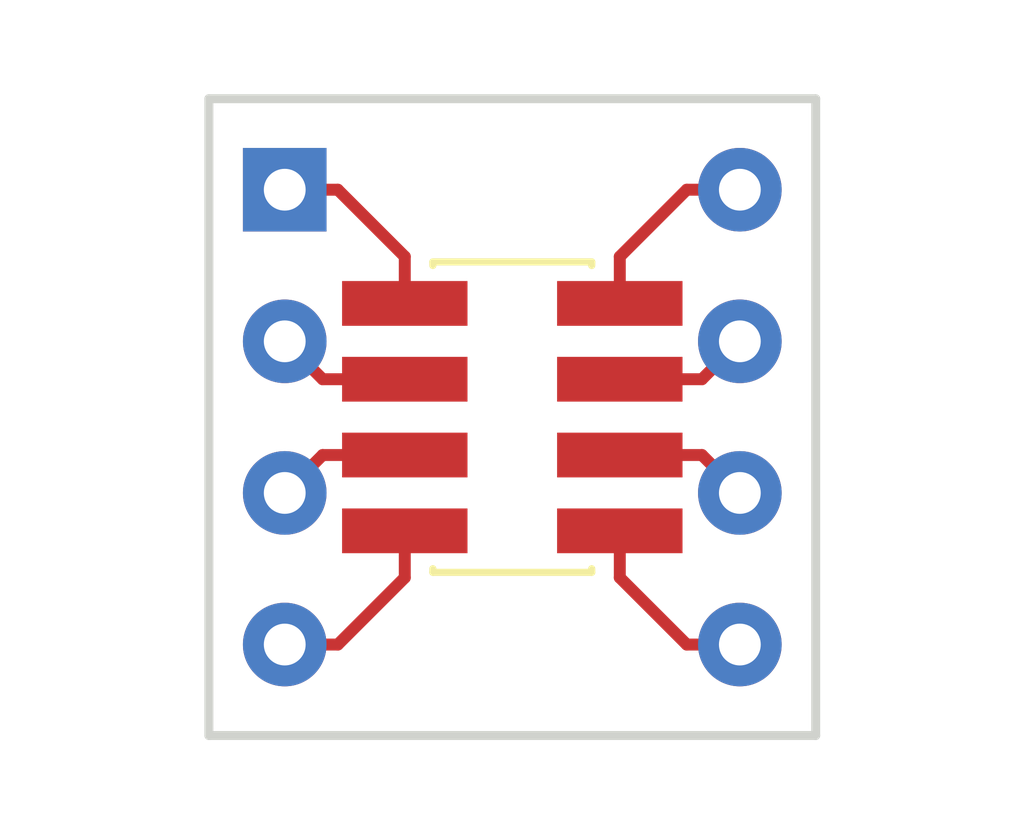
<source format=kicad_pcb>
(kicad_pcb (version 20201002) (generator pcbnew)

  (general
    (thickness 1.6)
  )

  (paper "A4")
  (layers
    (0 "F.Cu" signal)
    (31 "B.Cu" signal)
    (32 "B.Adhes" user "B.Adhesive")
    (33 "F.Adhes" user "F.Adhesive")
    (34 "B.Paste" user)
    (35 "F.Paste" user)
    (36 "B.SilkS" user "B.Silkscreen")
    (37 "F.SilkS" user "F.Silkscreen")
    (38 "B.Mask" user)
    (39 "F.Mask" user)
    (40 "Dwgs.User" user "User.Drawings")
    (41 "Cmts.User" user "User.Comments")
    (42 "Eco1.User" user "User.Eco1")
    (43 "Eco2.User" user "User.Eco2")
    (44 "Edge.Cuts" user)
    (45 "Margin" user)
    (46 "B.CrtYd" user "B.Courtyard")
    (47 "F.CrtYd" user "F.Courtyard")
    (48 "B.Fab" user)
    (49 "F.Fab" user)
  )

  (setup
    (stackup
      (layer "F.SilkS" (type "Top Silk Screen"))
      (layer "F.Paste" (type "Top Solder Paste"))
      (layer "F.Mask" (type "Top Solder Mask") (color "Green") (thickness 0.01))
      (layer "F.Cu" (type "copper") (thickness 0.035))
      (layer "dielectric 1" (type "core") (thickness 1.51) (material "FR4") (epsilon_r 4.5) (loss_tangent 0.02))
      (layer "B.Cu" (type "copper") (thickness 0.035))
      (layer "B.Mask" (type "Bottom Solder Mask") (color "Green") (thickness 0.01))
      (layer "B.Paste" (type "Bottom Solder Paste"))
      (layer "B.SilkS" (type "Bottom Silk Screen"))
      (copper_finish "None")
      (dielectric_constraints no)
    )
    (pcbplotparams
      (layerselection 0x00010fc_ffffffff)
      (disableapertmacros false)
      (usegerberextensions true)
      (usegerberattributes false)
      (usegerberadvancedattributes false)
      (creategerberjobfile false)
      (svguseinch false)
      (svgprecision 6)
      (excludeedgelayer true)
      (plotframeref false)
      (viasonmask false)
      (mode 1)
      (useauxorigin false)
      (hpglpennumber 1)
      (hpglpenspeed 20)
      (hpglpendiameter 15.000000)
      (psnegative false)
      (psa4output false)
      (plotreference true)
      (plotvalue true)
      (plotinvisibletext false)
      (sketchpadsonfab false)
      (subtractmaskfromsilk false)
      (outputformat 1)
      (mirror false)
      (drillshape 0)
      (scaleselection 1)
      (outputdirectory "../gerber/board-adapter/DIP8-rev2/")
    )
  )


  (net 0 "")
  (net 1 "/IO1_DO")
  (net 2 "GND")
  (net 3 "/~CS")
  (net 4 "/IO2_~WP")
  (net 5 "/VCC")
  (net 6 "/IO3_~HOLD")
  (net 7 "/CLK")
  (net 8 "/IO0_DI")

  (module "Connector_PinSocket_1.27mm:PinSocket_2x04_P1.27mm_Vertical_SMD" (layer "F.Cu") (tedit 5B7CA7A6) (tstamp 00000000-0000-0000-0000-00005b75c34c)
    (at 100.076 100.076)
    (descr "surface-mounted straight socket strip, 2x04, 1.27mm pitch, double cols (from Kicad 4.0.7!), script generated")
    (tags "Surface mounted socket strip SMD 2x04 1.27mm double row")
    (property "Sheet file" "C:/git/qspimux/board-adapter/board-adapter-DIP8-rev2.sch")
    (property "Sheet name" "")
    (path "/00000000-0000-0000-0000-00005b74ebb1")
    (attr smd)
    (fp_text reference "J1" (at 0 -4.04) (layer "F.Fab")
      (effects (font (size 1 1) (thickness 0.15)))
      (tstamp 17624124-935d-490c-9d25-81155fbd5adb)
    )
    (fp_text value "Conn_02x04_Odd_Even" (at 0 4.04) (layer "F.Fab")
      (effects (font (size 1 1) (thickness 0.15)))
      (tstamp 8d827248-f371-4d24-80d5-0fd48543fdf6)
    )
    (fp_text user "${REFERENCE}" (at 0 0 90) (layer "F.Fab")
      (effects (font (size 1 1) (thickness 0.15)))
      (tstamp eb55a018-5bda-40bf-9086-0afec89acc08)
    )
    (fp_line (start -1.33 2.6) (end 1.33 2.6) (layer "F.SilkS") (width 0.12) (tstamp 1f3dacc4-94dd-4442-a164-0950b83de74c))
    (fp_line (start -1.33 2.54) (end -1.33 2.6) (layer "F.SilkS") (width 0.12) (tstamp 24b95dbe-0758-42c0-bd69-6cf82064756d))
    (fp_line (start 1.33 2.54) (end 1.33 2.6) (layer "F.SilkS") (width 0.12) (tstamp 9728c512-78c4-41c4-8747-0766fe7894d2))
    (fp_line (start -1.33 -2.6) (end 1.33 -2.6) (layer "F.SilkS") (width 0.12) (tstamp a0bda235-8489-40a8-961e-b2a658eb61a7))
    (fp_line (start 1.33 -2.6) (end 1.33 -2.54) (layer "F.SilkS") (width 0.12) (tstamp b2559df6-52f8-47d2-be39-d664ca1f33c7))
    (fp_line (start -1.33 -2.6) (end -1.33 -2.54) (layer "F.SilkS") (width 0.12) (tstamp fb0b840f-14aa-43ca-a10f-c6e9e4fbf203))
    (fp_line (start 3.35 -3.05) (end 3.35 3.05) (layer "F.CrtYd") (width 0.05) (tstamp 3a0bb0f0-2e21-4e81-979a-4cd1fc16be89))
    (fp_line (start 3.35 3.05) (end -3.35 3.05) (layer "F.CrtYd") (width 0.05) (tstamp 5224db4d-e9e6-4416-ac19-9acc5bc66369))
    (fp_line (start -3.35 3.05) (end -3.35 -3.05) (layer "F.CrtYd") (width 0.05) (tstamp 973e444d-7fef-476f-873e-cb4c1febfa4e))
    (fp_line (start -3.35 -3.05) (end 3.35 -3.05) (layer "F.CrtYd") (width 0.05) (tstamp 9a5669cc-e446-44e2-8ae6-3f822ed7e082))
    (fp_line (start 1.27 -2.105) (end 2.555 -2.105) (layer "F.Fab") (width 0.1) (tstamp 0463da1c-2c7e-45fe-b8a7-b0ed5abd624d))
    (fp_line (start 1.27 1.705) (end 2.555 1.705) (layer "F.Fab") (width 0.1) (tstamp 04d4a16e-a13c-47bf-b06c-fdb1d036f117))
    (fp_line (start -2.555 -2.105) (end -1.27 -2.105) (layer "F.Fab") (width 0.1) (tstamp 11f61a81-bb3e-4ddf-b125-6fa5827ed759))
    (fp_line (start 0.635 -2.54) (end 1.27 -1.905) (layer "F.Fab") (width 0.1) (tstamp 14be9cc8-7ca6-4220-8ae2-09d3580992b7))
    (fp_line (start -1.27 2.54) (end -1.27 -2.54) (layer "F.Fab") (width 0.1) (tstamp 28a074b3-7149-42a5-be8f-1c7ebfc6953b))
    (fp_line (start -1.27 2.105) (end -2.555 2.105) (layer "F.Fab") (width 0.1) (tstamp 3dceeee6-30d3-41b9-a7a4-eec6a9fecbe7))
    (fp_line (start -2.555 0.835) (end -2.555 0.435) (layer "F.Fab") (width 0.1) (tstamp 505f40db-2dd7-4078-aabf-cbedb432809b))
    (fp_line (start -2.555 -1.705) (end -2.555 -2.105) (layer "F.Fab") (width 0.1) (tstamp 51d3a70a-b549-464c-b91c-62d4f02df53a))
    (fp_line (start 2.555 -0.435) (end 1.27 -0.435) (layer "F.Fab") (width 0.1) (tstamp 5ad3939e-a1d4-4115-90f0-24d3a512993f))
    (fp_line (start -1.27 0.835) (end -2.555 0.835) (layer "F.Fab") (width 0.1) (tstamp 5b167306-b083-42bb-a071-2e01c6762a94))
    (fp_line (start 1.27 -0.835) (end 2.555 -0.835) (layer "F.Fab") (width 0.1) (tstamp 7142739b-a815-4516-ac94-477ba30f208a))
    (fp_line (start 2.555 -1.705) (end 1.27 -1.705) (layer "F.Fab") (width 0.1) (tstamp 71c46b80-d173-40fb-8f7a-7d736cfc27f5))
    (fp_line (start 2.555 0.435) (end 2.555 0.835) (layer "F.Fab") (width 0.1) (tstamp 733a2042-858b-4ace-a3a8-d4e945f3f85c))
    (fp_line (start -1.27 -0.435) (end -2.555 -0.435) (layer "F.Fab") (width 0.1) (tstamp 8be80a71-2fae-4e76-a1b8-1d0858938879))
    (fp_line (start -2.555 0.435) (end -1.27 0.435) (layer "F.Fab") (width 0.1) (tstamp 8f510e02-9f5e-4468-a145-f91f14dcbb32))
    (fp_line (start -1.27 -2.54) (end 0.635 -2.54) (layer "F.Fab") (width 0.1) (tstamp 908852cf-d0df-47f5-85fa-6d0f60d31a29))
    (fp_line (start -2.555 -0.435) (end -2.555 -0.835) (layer "F.Fab") (width 0.1) (tstamp a3e34044-96fa-488b-954a-7e4f85fbeb96))
    (fp_line (start 1.27 2.54) (end -1.27 2.54) (layer "F.Fab") (width 0.1) (tstamp a8d230a3-b20b-43c3-b338-b21ee7d22e28))
    (fp_line (start -2.555 2.105) (end -2.555 1.705) (layer "F.Fab") (width 0.1) (tstamp b5b7ccf8-a5e9-4028-a4f7-9476a87fdbff))
    (fp_line (start 2.555 -2.105) (end 2.555 -1.705) (layer "F.Fab") (width 0.1) (tstamp b6851f52-268b-48fc-8b27-3f02471b624c))
    (fp_line (start 2.555 1.705) (end 2.555 2.105) (layer "F.Fab") (width 0.1) (tstamp c12a8fc2-2329-4f30-a644-724f9844cc81))
    (fp_line (start -1.27 -1.705) (end -2.555 -1.705) (layer "F.Fab") (width 0.1) (tstamp c750dfad-8c9d-410f-a96e-4d9595145a6f))
    (fp_line (start 1.27 0.435) (end 2.555 0.435) (layer "F.Fab") (width 0.1) (tstamp c9908db3-2e1d-4527-bd51-cb5495ecfcd7))
    (fp_line (start 1.27 -1.905) (end 1.27 2.54) (layer "F.Fab") (width 0.1) (tstamp cbc73ec9-8793-4b30-b38d-f16619b6f2d5))
    (fp_line (start -2.555 -0.835) (end -1.27 -0.835) (layer "F.Fab") (width 0.1) (tstamp d6d1d285-afcd-402a-bb6f-dca1c334c8c9))
    (fp_line (start 2.555 0.835) (end 1.27 0.835) (layer "F.Fab") (width 0.1) (tstamp dd37ecb2-5018-4ec3-8170-983ac0aaad12))
    (fp_line (start 2.555 2.105) (end 1.27 2.105) (layer "F.Fab") (width 0.1) (tstamp dfb4118e-71f7-4445-b84f-149711dc77de))
    (fp_line (start -2.555 1.705) (end -1.27 1.705) (layer "F.Fab") (width 0.1) (tstamp e3255a78-e68f-41fb-87b3-6d23bced50d7))
    (fp_line (start 2.555 -0.835) (end 2.555 -0.435) (layer "F.Fab") (width 0.1) (tstamp e419b31c-e822-44b8-8fed-f41e863e724d))
    (pad "1" smd rect (at 1.8 -1.905) (size 2.1 0.75) (layers "F.Cu" "F.Paste" "F.Mask")
      (net 5 "/VCC") (pinfunction "Pin_1") (tstamp df1a2b90-6ade-4322-9af3-1853e7bb9d69))
    (pad "2" smd rect (at -1.8 -1.905) (size 2.1 0.75) (layers "F.Cu" "F.Paste" "F.Mask")
      (net 3 "/~CS") (pinfunction "Pin_2") (tstamp 353cfa13-6a34-48c7-8e67-1de0afbc7d0b))
    (pad "3" smd rect (at 1.8 -0.635) (size 2.1 0.75) (layers "F.Cu" "F.Paste" "F.Mask")
      (net 6 "/IO3_~HOLD") (pinfunction "Pin_3") (tstamp 84b35812-0eab-4fe5-a4e5-4fb7a6284433))
    (pad "4" smd rect (at -1.8 -0.635) (size 2.1 0.75) (layers "F.Cu" "F.Paste" "F.Mask")
      (net 1 "/IO1_DO") (pinfunction "Pin_4") (tstamp f745e78f-2dec-4a24-84e3-b5265fe92512))
    (pad "5" smd rect (at 1.8 0.635) (size 2.1 0.75) (layers "F.Cu" "F.Paste" "F.Mask")
      (net 7 "/CLK") (pinfunction "Pin_5") (tstamp 38747d2a-6962-40b3-b826-0d4dccf479bf))
    (pad "6" smd rect (at -1.8 0.635) (size 2.1 0.75) (layers "F.Cu" "F.Paste" "F.Mask")
      (net 4 "/IO2_~WP") (pinfunction "Pin_6") (tstamp fb9f828a-e33e-42a7-9fdf-792b4d7d858d))
    (pad "7" smd rect (at 1.8 1.905) (size 2.1 0.75) (layers "F.Cu" "F.Paste" "F.Mask")
      (net 8 "/IO0_DI") (pinfunction "Pin_7") (tstamp af0398c8-316e-44cf-a794-c8d25520bd28))
    (pad "8" smd rect (at -1.8 1.905) (size 2.1 0.75) (layers "F.Cu" "F.Paste" "F.Mask")
      (net 2 "GND") (pinfunction "Pin_8") (tstamp fc9185e2-857b-4565-bb8d-b2c750cf3c57))
    (model "${KISYS3DMOD}/Connector_PinSocket_1.27mm.3dshapes/PinSocket_2x04_P1.27mm_Vertical_SMD.wrl"
      (offset (xyz 0 0 0))
      (scale (xyz 1 1 1))
      (rotate (xyz 0 0 0))
    )
  )

  (module "Package_DIP:DIP-8_W7.62mm" (layer "F.Cu") (tedit 5FB38750) (tstamp 00000000-0000-0000-0000-00005f962301)
    (at 96.266 96.266)
    (descr "8-lead though-hole mounted DIP package, row spacing 7.62 mm (300 mils)")
    (tags "THT DIP DIL PDIP 2.54mm 7.62mm 300mil")
    (property "Sheet file" "C:/git/qspimux/board-adapter/board-adapter-DIP8-rev2.sch")
    (property "Sheet name" "")
    (path "/00000000-0000-0000-0000-00005f95f8ba")
    (attr through_hole)
    (fp_text reference "U1" (at 3.81 -2.33) (layer "F.Fab")
      (effects (font (size 1 1) (thickness 0.15)))
      (tstamp b16f7911-bb73-4a86-9645-f8e6052747f3)
    )
    (fp_text value "25LCxxx" (at 3.81 9.95) (layer "F.Fab")
      (effects (font (size 1 1) (thickness 0.15)))
      (tstamp 0797983d-93d2-47d4-99ea-369d5396f793)
    )
    (fp_line (start 8.7 9.15) (end 8.7 -1.55) (layer "F.CrtYd") (width 0.05) (tstamp 093adafb-2406-4f49-b237-3c54dc689bab))
    (fp_line (start -1.1 9.15) (end 8.7 9.15) (layer "F.CrtYd") (width 0.05) (tstamp 6385d02b-9b4f-40e5-9499-5c6ea6d1299c))
    (fp_line (start -1.1 -1.55) (end -1.1 9.15) (layer "F.CrtYd") (width 0.05) (tstamp a8fdb8b0-ea53-48bb-a949-a2a06f0ce90e))
    (fp_line (start 8.7 -1.55) (end -1.1 -1.55) (layer "F.CrtYd") (width 0.05) (tstamp f04f27d5-a045-412b-b4f3-b9d99d645079))
    (pad "1" thru_hole rect (at 0 0) (size 1.4 1.4) (drill 0.7) (layers *.Cu *.Mask)
      (net 3 "/~CS") (pinfunction "~CS") (tstamp 0791e15d-eb50-4d1c-bffb-580e08fd9a66))
    (pad "2" thru_hole circle (at 0 2.54) (size 1.4 1.4) (drill 0.7) (layers *.Cu *.Mask)
      (net 1 "/IO1_DO") (pinfunction "MISO") (tstamp 19a108c5-3c17-4d05-a31c-7e02cfcdf12c))
    (pad "3" thru_hole circle (at 0 5.08) (size 1.4 1.4) (drill 0.7) (layers *.Cu *.Mask)
      (net 4 "/IO2_~WP") (pinfunction "~WP") (tstamp 3efe197a-a4eb-471b-a992-d41a851aecd8))
    (pad "4" thru_hole circle (at 0 7.62) (size 1.4 1.4) (drill 0.7) (layers *.Cu *.Mask)
      (net 2 "GND") (pinfunction "GND") (tstamp 0a02ab95-aa92-45b2-90aa-96c4c62dddf9))
    (pad "5" thru_hole circle (at 7.62 7.62) (size 1.4 1.4) (drill 0.7) (layers *.Cu *.Mask)
      (net 8 "/IO0_DI") (pinfunction "MOSI") (tstamp 0c563176-35cc-42db-8b43-a9fee1b8cf11))
    (pad "6" thru_hole circle (at 7.62 5.08) (size 1.4 1.4) (drill 0.7) (layers *.Cu *.Mask)
      (net 7 "/CLK") (pinfunction "SCK") (tstamp 71d3ca45-45a5-40b5-8914-db56495fe357))
    (pad "7" thru_hole circle (at 7.62 2.54) (size 1.4 1.4) (drill 0.7) (layers *.Cu *.Mask)
      (net 6 "/IO3_~HOLD") (pinfunction "~HOLD") (tstamp 9edcf571-6382-4e9f-9fc7-7602b96b865d))
    (pad "8" thru_hole circle (at 7.62 0) (size 1.4 1.4) (drill 0.7) (layers *.Cu *.Mask)
      (net 5 "/VCC") (pinfunction "VCC") (tstamp b94962b2-6147-40fc-a2c3-fa4c05843c3f))
    (model "${KISYS3DMOD}/Package_DIP.3dshapes/DIP-8_W7.62mm.wrl"
      (offset (xyz 0 0 0))
      (scale (xyz 1 1 1))
      (rotate (xyz 0 0 0))
    )
  )

  (gr_line (start 105.156 105.41) (end 94.996 105.41) (layer "Edge.Cuts") (width 0.15) (tstamp 11b9ab48-31be-472f-a1ee-357bff1f508e))
  (gr_line (start 105.156 94.742) (end 105.156 105.41) (layer "Edge.Cuts") (width 0.15) (tstamp 3c25417c-650a-4e4a-936b-b4de93f7cfdb))
  (gr_line (start 94.996 105.41) (end 94.996 94.742) (layer "Edge.Cuts") (width 0.15) (tstamp 6396e296-bfea-45b8-b810-f11354fd4e82))
  (gr_line (start 94.996 94.742) (end 105.156 94.742) (layer "Edge.Cuts") (width 0.15) (tstamp e5888d16-9b10-4a9b-a040-475f1ce13aca))

  (segment (start 98.276 99.441) (end 96.901 99.441) (width 0.2) (layer "F.Cu") (net 1) (tstamp 55d99e96-ee7b-424d-90eb-b3ba5f6146c6))
  (segment (start 96.901 99.441) (end 96.266 98.806) (width 0.2) (layer "F.Cu") (net 1) (tstamp ea5d5173-1ffe-4f2d-b212-fa78f94d9caa))
  (segment (start 98.276 101.981) (end 98.276 102.765) (width 0.2) (layer "F.Cu") (net 2) (tstamp 4ff46a7a-78e5-4e4d-943f-d534a00e55f1))
  (segment (start 97.155 103.886) (end 96.266 103.886) (width 0.2) (layer "F.Cu") (net 2) (tstamp 780070e8-3ee7-462a-b487-12845216904e))
  (segment (start 98.276 102.765) (end 97.155 103.886) (width 0.2) (layer "F.Cu") (net 2) (tstamp f50ca2df-fe74-4bb6-b38d-bf0bd82148fb))
  (segment (start 98.276 97.387) (end 97.155 96.266) (width 0.2) (layer "F.Cu") (net 3) (tstamp 8445153b-a501-44e8-9a04-babad0978ea9))
  (segment (start 97.155 96.266) (end 96.266 96.266) (width 0.2) (layer "F.Cu") (net 3) (tstamp 8aa176dc-8fbc-45ee-8b8c-cd66724eec2f))
  (segment (start 98.276 98.171) (end 98.276 97.387) (width 0.2) (layer "F.Cu") (net 3) (tstamp c81222b4-e09b-465b-be6b-0b4bc90c45ec))
  (segment (start 96.901 100.711) (end 96.266 101.346) (width 0.2) (layer "F.Cu") (net 4) (tstamp 71c68a3b-8abf-449b-9b46-5572ec346ffc))
  (segment (start 98.276 100.711) (end 96.901 100.711) (width 0.2) (layer "F.Cu") (net 4) (tstamp e3d51527-b8cb-420c-8014-fd4cc179c235))
  (segment (start 101.876 97.387) (end 102.997 96.266) (width 0.2) (layer "F.Cu") (net 5) (tstamp 0d7a1a04-6d4e-45e0-901c-9d583cfbc1ff))
  (segment (start 102.997 96.266) (end 103.886 96.266) (width 0.2) (layer "F.Cu") (net 5) (tstamp 776f1fbf-e296-4d2f-9aed-81b1948e7756))
  (segment (start 101.876 98.171) (end 101.876 97.387) (width 0.2) (layer "F.Cu") (net 5) (tstamp a9ab83ff-c0c9-4bd1-bfd4-1d6c28d2684e))
  (segment (start 101.876 99.441) (end 103.251 99.441) (width 0.2) (layer "F.Cu") (net 6) (tstamp 46a60fc6-af12-4afc-87ad-29c8f2fab61e))
  (segment (start 103.251 99.441) (end 103.886 98.806) (width 0.2) (layer "F.Cu") (net 6) (tstamp 550ea460-fc21-404c-ade5-ca951b49860c))
  (segment (start 103.251 100.711) (end 103.886 101.346) (width 0.2) (layer "F.Cu") (net 7) (tstamp 6338d64f-b6b1-4c31-ad7f-f1299a482b92))
  (segment (start 101.876 100.711) (end 103.251 100.711) (width 0.2) (layer "F.Cu") (net 7) (tstamp 94498595-a3f3-467c-9409-f2751c0a8682))
  (segment (start 102.997 103.886) (end 103.886 103.886) (width 0.2) (layer "F.Cu") (net 8) (tstamp 1bdcee38-d422-4b78-94c9-8bd2592729f1))
  (segment (start 101.876 102.765) (end 102.997 103.886) (width 0.2) (layer "F.Cu") (net 8) (tstamp 8f41aef6-b0f1-4c68-bfcf-fc6d181146d7))
  (segment (start 101.876 101.981) (end 101.876 102.765) (width 0.2) (layer "F.Cu") (net 8) (tstamp cd160c8a-6d5a-4f31-b057-a15d0df25795))

)

</source>
